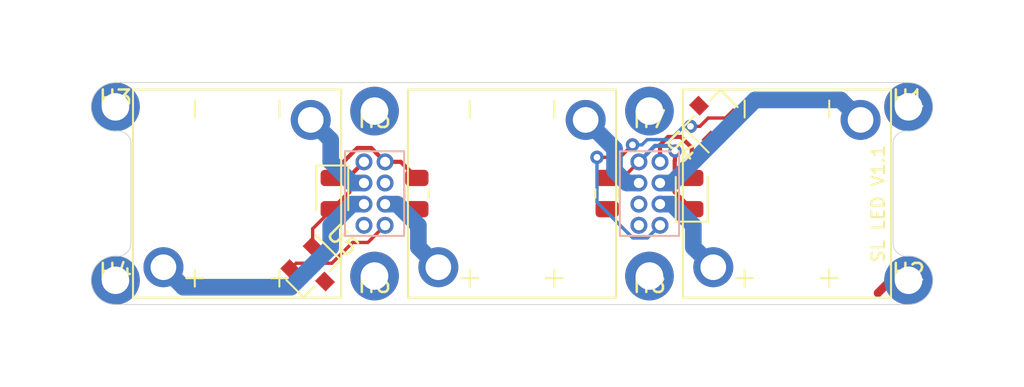
<source format=kicad_pcb>
(kicad_pcb (version 20171130) (host pcbnew "(5.1.4)-1")

  (general
    (thickness 1.6)
    (drawings 15)
    (tracks 88)
    (zones 0)
    (modules 19)
    (nets 14)
  )

  (page A4)
  (layers
    (0 F.Cu signal)
    (31 B.Cu signal)
    (32 B.Adhes user)
    (33 F.Adhes user)
    (34 B.Paste user)
    (35 F.Paste user)
    (36 B.SilkS user)
    (37 F.SilkS user)
    (38 B.Mask user)
    (39 F.Mask user)
    (40 Dwgs.User user)
    (41 Cmts.User user)
    (42 Eco1.User user)
    (43 Eco2.User user)
    (44 Edge.Cuts user)
    (45 Margin user)
    (46 B.CrtYd user)
    (47 F.CrtYd user)
    (48 B.Fab user)
    (49 F.Fab user)
  )

  (setup
    (last_trace_width 0.1524)
    (user_trace_width 0.2)
    (user_trace_width 0.5)
    (user_trace_width 1)
    (trace_clearance 0.1524)
    (zone_clearance 0.1524)
    (zone_45_only no)
    (trace_min 0.1524)
    (via_size 0.8)
    (via_drill 0.4)
    (via_min_size 0.4)
    (via_min_drill 0.3)
    (uvia_size 0.3)
    (uvia_drill 0.1)
    (uvias_allowed no)
    (uvia_min_size 0.2)
    (uvia_min_drill 0.1)
    (edge_width 0.05)
    (segment_width 0.2)
    (pcb_text_width 0.3)
    (pcb_text_size 1.5 1.5)
    (mod_edge_width 0.12)
    (mod_text_size 1 1)
    (mod_text_width 0.15)
    (pad_size 1.524 1.524)
    (pad_drill 0.762)
    (pad_to_mask_clearance 0.051)
    (solder_mask_min_width 0.25)
    (aux_axis_origin 0 0)
    (visible_elements 7FFFFFFF)
    (pcbplotparams
      (layerselection 0x010fc_ffffffff)
      (usegerberextensions false)
      (usegerberattributes false)
      (usegerberadvancedattributes false)
      (creategerberjobfile false)
      (excludeedgelayer true)
      (linewidth 0.100000)
      (plotframeref false)
      (viasonmask false)
      (mode 1)
      (useauxorigin false)
      (hpglpennumber 1)
      (hpglpenspeed 20)
      (hpglpendiameter 15.000000)
      (psnegative false)
      (psa4output false)
      (plotreference true)
      (plotvalue true)
      (plotinvisibletext false)
      (padsonsilk false)
      (subtractmaskfromsilk false)
      (outputformat 1)
      (mirror false)
      (drillshape 0)
      (scaleselection 1)
      (outputdirectory "SkateLightLEDBoard1.1/"))
  )

  (net 0 "")
  (net 1 LightSense1)
  (net 2 LightSense2)
  (net 3 GND)
  (net 4 LED2A)
  (net 5 LED1C)
  (net 6 LED1A)
  (net 7 LED2C)
  (net 8 LED3A)
  (net 9 LED3C)
  (net 10 3V3_1)
  (net 11 3V3_2)
  (net 12 Temp1)
  (net 13 Temp2)

  (net_class Default "This is the default net class."
    (clearance 0.1524)
    (trace_width 0.1524)
    (via_dia 0.8)
    (via_drill 0.4)
    (uvia_dia 0.3)
    (uvia_drill 0.1)
    (add_net 3V3_1)
    (add_net 3V3_2)
    (add_net GND)
    (add_net LED1A)
    (add_net LED1C)
    (add_net LED2A)
    (add_net LED2C)
    (add_net LED3A)
    (add_net LED3C)
    (add_net LightSense1)
    (add_net LightSense2)
    (add_net Temp1)
    (add_net Temp2)
  )

  (module LolomoloKiCADLib:Conn_2x4_0.05in (layer B.Cu) (tedit 5DB23ACC) (tstamp 5DB330C1)
    (at -7.62 -1.905 180)
    (path /5DE8A9BC)
    (fp_text reference J2 (at 0.6604 1.524 180) (layer B.SilkS) hide
      (effects (font (size 1 1) (thickness 0.15)) (justify mirror))
    )
    (fp_text value Conn_02x04_Odd_Even (at 0 0.5 180) (layer B.Fab)
      (effects (font (size 1 1) (thickness 0.15)) (justify mirror))
    )
    (fp_line (start -1.143 -4.445) (end -1.143 0.635) (layer B.SilkS) (width 0.12))
    (fp_line (start 2.413 -4.445) (end -1.143 -4.445) (layer B.SilkS) (width 0.12))
    (fp_line (start 2.413 0.635) (end 2.413 -4.445) (layer B.SilkS) (width 0.12))
    (fp_line (start -1.143 0.635) (end 2.413 0.635) (layer B.SilkS) (width 0.12))
    (pad 8 thru_hole circle (at 1.27 -3.81 180) (size 1.016 1.016) (drill 0.6096) (layers *.Cu *.Mask)
      (net 3 GND))
    (pad 7 thru_hole circle (at 0 -3.81 180) (size 1.016 1.016) (drill 0.6096) (layers *.Cu *.Mask)
      (net 13 Temp2))
    (pad 6 thru_hole circle (at 1.27 -2.54 180) (size 1.016 1.016) (drill 0.6096) (layers *.Cu *.Mask)
      (net 9 LED3C))
    (pad 5 thru_hole circle (at 0 -2.54 180) (size 1.016 1.016) (drill 0.6096) (layers *.Cu *.Mask)
      (net 7 LED2C))
    (pad 4 thru_hole circle (at 1.27 -1.27 180) (size 1.016 1.016) (drill 0.6096) (layers *.Cu *.Mask)
      (net 8 LED3A))
    (pad 3 thru_hole circle (at 0 -1.27 180) (size 1.016 1.016) (drill 0.6096) (layers *.Cu *.Mask))
    (pad 2 thru_hole circle (at 1.27 0 180) (size 1.016 1.016) (drill 0.6096) (layers *.Cu *.Mask)
      (net 11 3V3_2))
    (pad 1 thru_hole circle (at 0 0 180) (size 1.016 1.016) (drill 0.6096) (layers *.Cu *.Mask)
      (net 2 LightSense2))
  )

  (module LolomoloKiCADLib:MH_0-80_Screw_Grounded (layer F.Cu) (tedit 5DB23F78) (tstamp 5DB3D970)
    (at 8.255 4.953)
    (path /5DB3FDBA)
    (fp_text reference H8 (at 0 0.5) (layer F.SilkS)
      (effects (font (size 1 1) (thickness 0.15)))
    )
    (fp_text value MountingHole_Pad (at 0 -0.5) (layer F.Fab)
      (effects (font (size 1 1) (thickness 0.15)))
    )
    (pad 1 thru_hole circle (at 0 0) (size 2.921 2.921) (drill 1.651) (layers *.Cu *.Mask)
      (net 3 GND))
  )

  (module LolomoloKiCADLib:MH_0-80_Screw_Grounded (layer F.Cu) (tedit 5DB23F78) (tstamp 5DB3D96B)
    (at 8.255 -4.953)
    (path /5DB3FDA0)
    (fp_text reference H7 (at 0 0.5) (layer F.SilkS)
      (effects (font (size 1 1) (thickness 0.15)))
    )
    (fp_text value MountingHole_Pad (at 0 -0.5) (layer F.Fab)
      (effects (font (size 1 1) (thickness 0.15)))
    )
    (pad 1 thru_hole circle (at 0 0) (size 2.921 2.921) (drill 1.651) (layers *.Cu *.Mask)
      (net 3 GND))
  )

  (module LolomoloKiCADLib:MH_0-80_Screw_Grounded (layer F.Cu) (tedit 5DB23F78) (tstamp 5DB3D966)
    (at -8.255 4.953)
    (path /5DB3FDAD)
    (fp_text reference H6 (at 0 0.5) (layer F.SilkS)
      (effects (font (size 1 1) (thickness 0.15)))
    )
    (fp_text value MountingHole_Pad (at 0 -0.5) (layer F.Fab)
      (effects (font (size 1 1) (thickness 0.15)))
    )
    (pad 1 thru_hole circle (at 0 0) (size 2.921 2.921) (drill 1.651) (layers *.Cu *.Mask)
      (net 3 GND))
  )

  (module LolomoloKiCADLib:MH_0-80_Screw_Grounded (layer F.Cu) (tedit 5DB23F78) (tstamp 5DB3D961)
    (at -8.255 -4.953)
    (path /5DB3FD93)
    (fp_text reference H5 (at 0 0.5) (layer F.SilkS)
      (effects (font (size 1 1) (thickness 0.15)))
    )
    (fp_text value MountingHole_Pad (at 0 -0.5) (layer F.Fab)
      (effects (font (size 1 1) (thickness 0.15)))
    )
    (pad 1 thru_hole circle (at 0 0) (size 2.921 2.921) (drill 1.651) (layers *.Cu *.Mask)
      (net 3 GND))
  )

  (module LolomoloKiCADLib:Conn_2x4_0.05in (layer B.Cu) (tedit 5DB23ACC) (tstamp 5DB3376C)
    (at 8.89 -1.905 180)
    (path /5DE89DA5)
    (fp_text reference J1 (at 0.6604 1.524) (layer B.SilkS) hide
      (effects (font (size 1 1) (thickness 0.15)) (justify mirror))
    )
    (fp_text value Conn_02x04_Odd_Even (at 0 0.5) (layer B.Fab)
      (effects (font (size 1 1) (thickness 0.15)) (justify mirror))
    )
    (fp_line (start -1.143 -4.445) (end -1.143 0.635) (layer B.SilkS) (width 0.12))
    (fp_line (start 2.413 -4.445) (end -1.143 -4.445) (layer B.SilkS) (width 0.12))
    (fp_line (start 2.413 0.635) (end 2.413 -4.445) (layer B.SilkS) (width 0.12))
    (fp_line (start -1.143 0.635) (end 2.413 0.635) (layer B.SilkS) (width 0.12))
    (pad 8 thru_hole circle (at 1.27 -3.81 180) (size 1.016 1.016) (drill 0.6096) (layers *.Cu *.Mask)
      (net 3 GND))
    (pad 7 thru_hole circle (at 0 -3.81 180) (size 1.016 1.016) (drill 0.6096) (layers *.Cu *.Mask)
      (net 12 Temp1))
    (pad 6 thru_hole circle (at 1.27 -2.54 180) (size 1.016 1.016) (drill 0.6096) (layers *.Cu *.Mask))
    (pad 5 thru_hole circle (at 0 -2.54 180) (size 1.016 1.016) (drill 0.6096) (layers *.Cu *.Mask)
      (net 5 LED1C))
    (pad 4 thru_hole circle (at 1.27 -1.27 180) (size 1.016 1.016) (drill 0.6096) (layers *.Cu *.Mask)
      (net 4 LED2A))
    (pad 3 thru_hole circle (at 0 -1.27 180) (size 1.016 1.016) (drill 0.6096) (layers *.Cu *.Mask)
      (net 6 LED1A))
    (pad 2 thru_hole circle (at 1.27 0 180) (size 1.016 1.016) (drill 0.6096) (layers *.Cu *.Mask)
      (net 1 LightSense1))
    (pad 1 thru_hole circle (at 0 0 180) (size 1.016 1.016) (drill 0.6096) (layers *.Cu *.Mask)
      (net 10 3V3_1))
  )

  (module Diode_SMD:D_0805_2012Metric (layer F.Cu) (tedit 5B36C52B) (tstamp 5DB33DE7)
    (at 10.795 0 90)
    (descr "Diode SMD 0805 (2012 Metric), square (rectangular) end terminal, IPC_7351 nominal, (Body size source: https://docs.google.com/spreadsheets/d/1BsfQQcO9C6DZCsRaXUlFlo91Tg2WpOkGARC1WS5S8t0/edit?usp=sharing), generated with kicad-footprint-generator")
    (tags diode)
    (path /5DE7FA2E)
    (attr smd)
    (fp_text reference D1 (at 0 -1.65 90) (layer F.SilkS) hide
      (effects (font (size 1 1) (thickness 0.15)))
    )
    (fp_text value D_Photo (at 0 1.65 90) (layer F.Fab)
      (effects (font (size 1 1) (thickness 0.15)))
    )
    (fp_text user %R (at 0 0 90) (layer F.Fab)
      (effects (font (size 0.5 0.5) (thickness 0.08)))
    )
    (fp_line (start 1.68 0.95) (end -1.68 0.95) (layer F.CrtYd) (width 0.05))
    (fp_line (start 1.68 -0.95) (end 1.68 0.95) (layer F.CrtYd) (width 0.05))
    (fp_line (start -1.68 -0.95) (end 1.68 -0.95) (layer F.CrtYd) (width 0.05))
    (fp_line (start -1.68 0.95) (end -1.68 -0.95) (layer F.CrtYd) (width 0.05))
    (fp_line (start -1.685 0.96) (end 1 0.96) (layer F.SilkS) (width 0.12))
    (fp_line (start -1.685 -0.96) (end -1.685 0.96) (layer F.SilkS) (width 0.12))
    (fp_line (start 1 -0.96) (end -1.685 -0.96) (layer F.SilkS) (width 0.12))
    (fp_line (start 1 0.6) (end 1 -0.6) (layer F.Fab) (width 0.1))
    (fp_line (start -1 0.6) (end 1 0.6) (layer F.Fab) (width 0.1))
    (fp_line (start -1 -0.3) (end -1 0.6) (layer F.Fab) (width 0.1))
    (fp_line (start -0.7 -0.6) (end -1 -0.3) (layer F.Fab) (width 0.1))
    (fp_line (start 1 -0.6) (end -0.7 -0.6) (layer F.Fab) (width 0.1))
    (pad 2 smd roundrect (at 0.9375 0 90) (size 0.975 1.4) (layers F.Cu F.Paste F.Mask) (roundrect_rratio 0.25)
      (net 10 3V3_1))
    (pad 1 smd roundrect (at -0.9375 0 90) (size 0.975 1.4) (layers F.Cu F.Paste F.Mask) (roundrect_rratio 0.25)
      (net 1 LightSense1))
    (model ${KISYS3DMOD}/Diode_SMD.3dshapes/D_0805_2012Metric.wrl
      (at (xyz 0 0 0))
      (scale (xyz 1 1 1))
      (rotate (xyz 0 0 0))
    )
  )

  (module Diode_SMD:D_0805_2012Metric (layer F.Cu) (tedit 5B36C52B) (tstamp 5DB3307A)
    (at -10.795 0 270)
    (descr "Diode SMD 0805 (2012 Metric), square (rectangular) end terminal, IPC_7351 nominal, (Body size source: https://docs.google.com/spreadsheets/d/1BsfQQcO9C6DZCsRaXUlFlo91Tg2WpOkGARC1WS5S8t0/edit?usp=sharing), generated with kicad-footprint-generator")
    (tags diode)
    (path /5DE8D3FA)
    (attr smd)
    (fp_text reference D2 (at 0 -1.65 90) (layer F.SilkS) hide
      (effects (font (size 1 1) (thickness 0.15)))
    )
    (fp_text value D_Photo (at 0 1.65 90) (layer F.Fab)
      (effects (font (size 1 1) (thickness 0.15)))
    )
    (fp_text user %R (at 0 0 90) (layer F.Fab)
      (effects (font (size 0.5 0.5) (thickness 0.08)))
    )
    (fp_line (start 1.68 0.95) (end -1.68 0.95) (layer F.CrtYd) (width 0.05))
    (fp_line (start 1.68 -0.95) (end 1.68 0.95) (layer F.CrtYd) (width 0.05))
    (fp_line (start -1.68 -0.95) (end 1.68 -0.95) (layer F.CrtYd) (width 0.05))
    (fp_line (start -1.68 0.95) (end -1.68 -0.95) (layer F.CrtYd) (width 0.05))
    (fp_line (start -1.685 0.96) (end 1 0.96) (layer F.SilkS) (width 0.12))
    (fp_line (start -1.685 -0.96) (end -1.685 0.96) (layer F.SilkS) (width 0.12))
    (fp_line (start 1 -0.96) (end -1.685 -0.96) (layer F.SilkS) (width 0.12))
    (fp_line (start 1 0.6) (end 1 -0.6) (layer F.Fab) (width 0.1))
    (fp_line (start -1 0.6) (end 1 0.6) (layer F.Fab) (width 0.1))
    (fp_line (start -1 -0.3) (end -1 0.6) (layer F.Fab) (width 0.1))
    (fp_line (start -0.7 -0.6) (end -1 -0.3) (layer F.Fab) (width 0.1))
    (fp_line (start 1 -0.6) (end -0.7 -0.6) (layer F.Fab) (width 0.1))
    (pad 2 smd roundrect (at 0.9375 0 270) (size 0.975 1.4) (layers F.Cu F.Paste F.Mask) (roundrect_rratio 0.25)
      (net 11 3V3_2))
    (pad 1 smd roundrect (at -0.9375 0 270) (size 0.975 1.4) (layers F.Cu F.Paste F.Mask) (roundrect_rratio 0.25)
      (net 2 LightSense2))
    (model ${KISYS3DMOD}/Diode_SMD.3dshapes/D_0805_2012Metric.wrl
      (at (xyz 0 0 0))
      (scale (xyz 1 1 1))
      (rotate (xyz 0 0 0))
    )
  )

  (module LolomoloKiCADLib:MH_0-80_Screw_Grounded (layer F.Cu) (tedit 5DB23F78) (tstamp 5DB33092)
    (at 23.8125 -5.207 180)
    (path /5DEAD1D5)
    (fp_text reference H1 (at 0 0.5) (layer F.SilkS)
      (effects (font (size 1 1) (thickness 0.15)))
    )
    (fp_text value MountingHole_Pad (at 0 -0.5) (layer F.Fab)
      (effects (font (size 1 1) (thickness 0.15)))
    )
    (pad 1 thru_hole circle (at 0 0 180) (size 2.921 2.921) (drill 1.651) (layers *.Cu *.Mask)
      (net 3 GND))
  )

  (module LolomoloKiCADLib:MH_0-80_Screw_Grounded (layer F.Cu) (tedit 5DB23F78) (tstamp 5DB33097)
    (at 23.8125 5.207 180)
    (path /5DEB2AF6)
    (fp_text reference H2 (at 0 0.5) (layer F.SilkS)
      (effects (font (size 1 1) (thickness 0.15)))
    )
    (fp_text value MountingHole_Pad (at 0 -0.5) (layer F.Fab)
      (effects (font (size 1 1) (thickness 0.15)))
    )
    (pad 1 thru_hole circle (at 0 0 180) (size 2.921 2.921) (drill 1.651) (layers *.Cu *.Mask)
      (net 3 GND))
  )

  (module LolomoloKiCADLib:MH_0-80_Screw_Grounded (layer F.Cu) (tedit 5DB23F78) (tstamp 5DB3309C)
    (at -23.8125 -5.207 180)
    (path /5DEB13FB)
    (fp_text reference H3 (at 0 0.5) (layer F.SilkS)
      (effects (font (size 1 1) (thickness 0.15)))
    )
    (fp_text value MountingHole_Pad (at 0 -0.5) (layer F.Fab)
      (effects (font (size 1 1) (thickness 0.15)))
    )
    (pad 1 thru_hole circle (at 0 0 180) (size 2.921 2.921) (drill 1.651) (layers *.Cu *.Mask)
      (net 3 GND))
  )

  (module LolomoloKiCADLib:MH_0-80_Screw_Grounded (layer F.Cu) (tedit 5DB23F78) (tstamp 5DB330A1)
    (at -23.8125 5.207 180)
    (path /5DEB431C)
    (fp_text reference H4 (at 0 0.5) (layer F.SilkS)
      (effects (font (size 1 1) (thickness 0.15)))
    )
    (fp_text value MountingHole_Pad (at 0 -0.5) (layer F.Fab)
      (effects (font (size 1 1) (thickness 0.15)))
    )
    (pad 1 thru_hole circle (at 0 0 180) (size 2.921 2.921) (drill 1.651) (layers *.Cu *.Mask)
      (net 3 GND))
  )

  (module Resistor_SMD:R_0805_2012Metric (layer F.Cu) (tedit 5B36C52B) (tstamp 5DB330D2)
    (at 5.715 0 270)
    (descr "Resistor SMD 0805 (2012 Metric), square (rectangular) end terminal, IPC_7351 nominal, (Body size source: https://docs.google.com/spreadsheets/d/1BsfQQcO9C6DZCsRaXUlFlo91Tg2WpOkGARC1WS5S8t0/edit?usp=sharing), generated with kicad-footprint-generator")
    (tags resistor)
    (path /5DE8211B)
    (attr smd)
    (fp_text reference R1 (at 0 -1.65 90) (layer F.SilkS) hide
      (effects (font (size 1 1) (thickness 0.15)))
    )
    (fp_text value R (at 0 1.65 90) (layer F.Fab)
      (effects (font (size 1 1) (thickness 0.15)))
    )
    (fp_text user %R (at 0 0 90) (layer F.Fab)
      (effects (font (size 0.5 0.5) (thickness 0.08)))
    )
    (fp_line (start 1.68 0.95) (end -1.68 0.95) (layer F.CrtYd) (width 0.05))
    (fp_line (start 1.68 -0.95) (end 1.68 0.95) (layer F.CrtYd) (width 0.05))
    (fp_line (start -1.68 -0.95) (end 1.68 -0.95) (layer F.CrtYd) (width 0.05))
    (fp_line (start -1.68 0.95) (end -1.68 -0.95) (layer F.CrtYd) (width 0.05))
    (fp_line (start -0.258578 0.71) (end 0.258578 0.71) (layer F.SilkS) (width 0.12))
    (fp_line (start -0.258578 -0.71) (end 0.258578 -0.71) (layer F.SilkS) (width 0.12))
    (fp_line (start 1 0.6) (end -1 0.6) (layer F.Fab) (width 0.1))
    (fp_line (start 1 -0.6) (end 1 0.6) (layer F.Fab) (width 0.1))
    (fp_line (start -1 -0.6) (end 1 -0.6) (layer F.Fab) (width 0.1))
    (fp_line (start -1 0.6) (end -1 -0.6) (layer F.Fab) (width 0.1))
    (pad 2 smd roundrect (at 0.9375 0 270) (size 0.975 1.4) (layers F.Cu F.Paste F.Mask) (roundrect_rratio 0.25)
      (net 3 GND))
    (pad 1 smd roundrect (at -0.9375 0 270) (size 0.975 1.4) (layers F.Cu F.Paste F.Mask) (roundrect_rratio 0.25)
      (net 1 LightSense1))
    (model ${KISYS3DMOD}/Resistor_SMD.3dshapes/R_0805_2012Metric.wrl
      (at (xyz 0 0 0))
      (scale (xyz 1 1 1))
      (rotate (xyz 0 0 0))
    )
  )

  (module Resistor_SMD:R_0805_2012Metric (layer F.Cu) (tedit 5B36C52B) (tstamp 5DB330E3)
    (at -5.715 0 270)
    (descr "Resistor SMD 0805 (2012 Metric), square (rectangular) end terminal, IPC_7351 nominal, (Body size source: https://docs.google.com/spreadsheets/d/1BsfQQcO9C6DZCsRaXUlFlo91Tg2WpOkGARC1WS5S8t0/edit?usp=sharing), generated with kicad-footprint-generator")
    (tags resistor)
    (path /5DE8D404)
    (attr smd)
    (fp_text reference R2 (at 0 -1.65 90) (layer F.SilkS) hide
      (effects (font (size 1 1) (thickness 0.15)))
    )
    (fp_text value R (at 0 1.65 90) (layer F.Fab)
      (effects (font (size 1 1) (thickness 0.15)))
    )
    (fp_text user %R (at 0 0 90) (layer F.Fab)
      (effects (font (size 0.5 0.5) (thickness 0.08)))
    )
    (fp_line (start 1.68 0.95) (end -1.68 0.95) (layer F.CrtYd) (width 0.05))
    (fp_line (start 1.68 -0.95) (end 1.68 0.95) (layer F.CrtYd) (width 0.05))
    (fp_line (start -1.68 -0.95) (end 1.68 -0.95) (layer F.CrtYd) (width 0.05))
    (fp_line (start -1.68 0.95) (end -1.68 -0.95) (layer F.CrtYd) (width 0.05))
    (fp_line (start -0.258578 0.71) (end 0.258578 0.71) (layer F.SilkS) (width 0.12))
    (fp_line (start -0.258578 -0.71) (end 0.258578 -0.71) (layer F.SilkS) (width 0.12))
    (fp_line (start 1 0.6) (end -1 0.6) (layer F.Fab) (width 0.1))
    (fp_line (start 1 -0.6) (end 1 0.6) (layer F.Fab) (width 0.1))
    (fp_line (start -1 -0.6) (end 1 -0.6) (layer F.Fab) (width 0.1))
    (fp_line (start -1 0.6) (end -1 -0.6) (layer F.Fab) (width 0.1))
    (pad 2 smd roundrect (at 0.9375 0 270) (size 0.975 1.4) (layers F.Cu F.Paste F.Mask) (roundrect_rratio 0.25)
      (net 3 GND))
    (pad 1 smd roundrect (at -0.9375 0 270) (size 0.975 1.4) (layers F.Cu F.Paste F.Mask) (roundrect_rratio 0.25)
      (net 2 LightSense2))
    (model ${KISYS3DMOD}/Resistor_SMD.3dshapes/R_0805_2012Metric.wrl
      (at (xyz 0 0 0))
      (scale (xyz 1 1 1))
      (rotate (xyz 0 0 0))
    )
  )

  (module Package_TO_SOT_SMD:SOT-23 (layer F.Cu) (tedit 5A02FF57) (tstamp 5DCE7B2B)
    (at 11.938 -4.572 135)
    (descr "SOT-23, Standard")
    (tags SOT-23)
    (path /5DCE3E90)
    (attr smd)
    (fp_text reference U4 (at 0 -2.5 135) (layer F.SilkS)
      (effects (font (size 1 1) (thickness 0.15)))
    )
    (fp_text value MCP9700AT-E_TT (at 0 2.5 135) (layer F.Fab)
      (effects (font (size 1 1) (thickness 0.15)))
    )
    (fp_line (start 0.76 1.58) (end -0.7 1.58) (layer F.SilkS) (width 0.12))
    (fp_line (start 0.76 -1.58) (end -1.4 -1.58) (layer F.SilkS) (width 0.12))
    (fp_line (start -1.7 1.75) (end -1.7 -1.75) (layer F.CrtYd) (width 0.05))
    (fp_line (start 1.7 1.75) (end -1.7 1.75) (layer F.CrtYd) (width 0.05))
    (fp_line (start 1.7 -1.75) (end 1.7 1.75) (layer F.CrtYd) (width 0.05))
    (fp_line (start -1.7 -1.75) (end 1.7 -1.75) (layer F.CrtYd) (width 0.05))
    (fp_line (start 0.76 -1.58) (end 0.76 -0.65) (layer F.SilkS) (width 0.12))
    (fp_line (start 0.76 1.58) (end 0.76 0.65) (layer F.SilkS) (width 0.12))
    (fp_line (start -0.7 1.52) (end 0.7 1.52) (layer F.Fab) (width 0.1))
    (fp_line (start 0.7 -1.52) (end 0.7 1.52) (layer F.Fab) (width 0.1))
    (fp_line (start -0.7 -0.95) (end -0.15 -1.52) (layer F.Fab) (width 0.1))
    (fp_line (start -0.15 -1.52) (end 0.7 -1.52) (layer F.Fab) (width 0.1))
    (fp_line (start -0.7 -0.95) (end -0.7 1.5) (layer F.Fab) (width 0.1))
    (fp_text user %R (at 0 0 45) (layer F.Fab)
      (effects (font (size 0.5 0.5) (thickness 0.075)))
    )
    (pad 3 smd rect (at 1 0 135) (size 0.9 0.8) (layers F.Cu F.Paste F.Mask)
      (net 3 GND))
    (pad 2 smd rect (at -1 0.95 135) (size 0.9 0.8) (layers F.Cu F.Paste F.Mask)
      (net 12 Temp1))
    (pad 1 smd rect (at -1 -0.95 135) (size 0.9 0.8) (layers F.Cu F.Paste F.Mask)
      (net 10 3V3_1))
    (model ${KISYS3DMOD}/Package_TO_SOT_SMD.3dshapes/SOT-23.wrl
      (at (xyz 0 0 0))
      (scale (xyz 1 1 1))
      (rotate (xyz 0 0 0))
    )
  )

  (module Package_TO_SOT_SMD:SOT-23 (layer F.Cu) (tedit 5A02FF57) (tstamp 5DCE7B40)
    (at -11.938 4.572 315)
    (descr "SOT-23, Standard")
    (tags SOT-23)
    (path /5DCE44AB)
    (attr smd)
    (fp_text reference U5 (at 0 -2.5 135) (layer F.SilkS)
      (effects (font (size 1 1) (thickness 0.15)))
    )
    (fp_text value MCP9700AT-E_TT (at 0 2.5 135) (layer F.Fab)
      (effects (font (size 1 1) (thickness 0.15)))
    )
    (fp_line (start 0.76 1.58) (end -0.7 1.58) (layer F.SilkS) (width 0.12))
    (fp_line (start 0.76 -1.58) (end -1.4 -1.58) (layer F.SilkS) (width 0.12))
    (fp_line (start -1.7 1.75) (end -1.7 -1.75) (layer F.CrtYd) (width 0.05))
    (fp_line (start 1.7 1.75) (end -1.7 1.75) (layer F.CrtYd) (width 0.05))
    (fp_line (start 1.7 -1.75) (end 1.7 1.75) (layer F.CrtYd) (width 0.05))
    (fp_line (start -1.7 -1.75) (end 1.7 -1.75) (layer F.CrtYd) (width 0.05))
    (fp_line (start 0.76 -1.58) (end 0.76 -0.65) (layer F.SilkS) (width 0.12))
    (fp_line (start 0.76 1.58) (end 0.76 0.65) (layer F.SilkS) (width 0.12))
    (fp_line (start -0.7 1.52) (end 0.7 1.52) (layer F.Fab) (width 0.1))
    (fp_line (start 0.7 -1.52) (end 0.7 1.52) (layer F.Fab) (width 0.1))
    (fp_line (start -0.7 -0.95) (end -0.15 -1.52) (layer F.Fab) (width 0.1))
    (fp_line (start -0.15 -1.52) (end 0.7 -1.52) (layer F.Fab) (width 0.1))
    (fp_line (start -0.7 -0.95) (end -0.7 1.5) (layer F.Fab) (width 0.1))
    (fp_text user %R (at 0 0 45) (layer F.Fab)
      (effects (font (size 0.5 0.5) (thickness 0.075)))
    )
    (pad 3 smd rect (at 1 0 315) (size 0.9 0.8) (layers F.Cu F.Paste F.Mask)
      (net 3 GND))
    (pad 2 smd rect (at -1 0.95 315) (size 0.9 0.8) (layers F.Cu F.Paste F.Mask)
      (net 13 Temp2))
    (pad 1 smd rect (at -1 -0.95 315) (size 0.9 0.8) (layers F.Cu F.Paste F.Mask)
      (net 11 3V3_2))
    (model ${KISYS3DMOD}/Package_TO_SOT_SMD.3dshapes/SOT-23.wrl
      (at (xyz 0 0 0))
      (scale (xyz 1 1 1))
      (rotate (xyz 0 0 0))
    )
  )

  (module LolomoloKiCADLib:BXRE-40E0800-D-73 (layer F.Cu) (tedit 5DCE4B54) (tstamp 5DCE854B)
    (at 16.51 0 90)
    (path /5DCF6E75)
    (fp_text reference D3 (at 0 0.5 90) (layer F.SilkS)
      (effects (font (size 1 1) (thickness 0.15)))
    )
    (fp_text value LED (at 0 -0.5 90) (layer F.Fab)
      (effects (font (size 1 1) (thickness 0.15)))
    )
    (fp_line (start 4.572 2.54) (end 5.588 2.54) (layer F.SilkS) (width 0.12))
    (fp_line (start 4.572 -2.54) (end 5.588 -2.54) (layer F.SilkS) (width 0.12))
    (fp_line (start -5.588 2.54) (end -4.572 2.54) (layer F.SilkS) (width 0.12))
    (fp_line (start -5.08 2.032) (end -5.08 3.048) (layer F.SilkS) (width 0.12))
    (fp_line (start -5.588 -2.54) (end -4.572 -2.54) (layer F.SilkS) (width 0.12))
    (fp_line (start -5.08 -3.048) (end -5.08 -2.032) (layer F.SilkS) (width 0.12))
    (fp_line (start 6.25 -6.25) (end 6.25 6.25) (layer F.SilkS) (width 0.12))
    (fp_line (start 6.25 6.25) (end -6.25 6.25) (layer F.SilkS) (width 0.12))
    (fp_line (start -6.25 6.25) (end -6.25 -6.25) (layer F.SilkS) (width 0.12))
    (fp_line (start -6.25 -6.25) (end 6.25 -6.25) (layer F.SilkS) (width 0.12))
    (pad "" np_thru_hole circle (at 0 0 90) (size 9.2 9.2) (drill 9.2) (layers *.Cu *.Mask))
    (pad 2 thru_hole circle (at 4.423 4.423 270) (size 2.4 2.4) (drill 1.54) (layers *.Cu *.Mask)
      (net 6 LED1A))
    (pad 1 thru_hole circle (at -4.423 -4.423 90) (size 2.4 2.4) (drill 1.54) (layers *.Cu *.Mask)
      (net 5 LED1C))
  )

  (module LolomoloKiCADLib:BXRE-40E0800-D-73 (layer F.Cu) (tedit 5DCE4B54) (tstamp 5DCE855C)
    (at 0 0 90)
    (path /5DCF77FC)
    (fp_text reference D4 (at 0 0.5 90) (layer F.SilkS)
      (effects (font (size 1 1) (thickness 0.15)))
    )
    (fp_text value LED (at 0 -0.5 90) (layer F.Fab)
      (effects (font (size 1 1) (thickness 0.15)))
    )
    (fp_line (start 4.572 2.54) (end 5.588 2.54) (layer F.SilkS) (width 0.12))
    (fp_line (start 4.572 -2.54) (end 5.588 -2.54) (layer F.SilkS) (width 0.12))
    (fp_line (start -5.588 2.54) (end -4.572 2.54) (layer F.SilkS) (width 0.12))
    (fp_line (start -5.08 2.032) (end -5.08 3.048) (layer F.SilkS) (width 0.12))
    (fp_line (start -5.588 -2.54) (end -4.572 -2.54) (layer F.SilkS) (width 0.12))
    (fp_line (start -5.08 -3.048) (end -5.08 -2.032) (layer F.SilkS) (width 0.12))
    (fp_line (start 6.25 -6.25) (end 6.25 6.25) (layer F.SilkS) (width 0.12))
    (fp_line (start 6.25 6.25) (end -6.25 6.25) (layer F.SilkS) (width 0.12))
    (fp_line (start -6.25 6.25) (end -6.25 -6.25) (layer F.SilkS) (width 0.12))
    (fp_line (start -6.25 -6.25) (end 6.25 -6.25) (layer F.SilkS) (width 0.12))
    (pad "" np_thru_hole circle (at 0 0 90) (size 9.2 9.2) (drill 9.2) (layers *.Cu *.Mask))
    (pad 2 thru_hole circle (at 4.423 4.423 270) (size 2.4 2.4) (drill 1.54) (layers *.Cu *.Mask)
      (net 4 LED2A))
    (pad 1 thru_hole circle (at -4.423 -4.423 90) (size 2.4 2.4) (drill 1.54) (layers *.Cu *.Mask)
      (net 7 LED2C))
  )

  (module LolomoloKiCADLib:BXRE-40E0800-D-73 (layer F.Cu) (tedit 5DCE4B54) (tstamp 5DCE856D)
    (at -16.51 0 90)
    (path /5DCF7D26)
    (fp_text reference D5 (at 0 0.5 90) (layer F.SilkS)
      (effects (font (size 1 1) (thickness 0.15)))
    )
    (fp_text value LED (at 0 -0.5 90) (layer F.Fab)
      (effects (font (size 1 1) (thickness 0.15)))
    )
    (fp_line (start 4.572 2.54) (end 5.588 2.54) (layer F.SilkS) (width 0.12))
    (fp_line (start 4.572 -2.54) (end 5.588 -2.54) (layer F.SilkS) (width 0.12))
    (fp_line (start -5.588 2.54) (end -4.572 2.54) (layer F.SilkS) (width 0.12))
    (fp_line (start -5.08 2.032) (end -5.08 3.048) (layer F.SilkS) (width 0.12))
    (fp_line (start -5.588 -2.54) (end -4.572 -2.54) (layer F.SilkS) (width 0.12))
    (fp_line (start -5.08 -3.048) (end -5.08 -2.032) (layer F.SilkS) (width 0.12))
    (fp_line (start 6.25 -6.25) (end 6.25 6.25) (layer F.SilkS) (width 0.12))
    (fp_line (start 6.25 6.25) (end -6.25 6.25) (layer F.SilkS) (width 0.12))
    (fp_line (start -6.25 6.25) (end -6.25 -6.25) (layer F.SilkS) (width 0.12))
    (fp_line (start -6.25 -6.25) (end 6.25 -6.25) (layer F.SilkS) (width 0.12))
    (pad "" np_thru_hole circle (at 0 0 90) (size 9.2 9.2) (drill 9.2) (layers *.Cu *.Mask))
    (pad 2 thru_hole circle (at 4.423 4.423 270) (size 2.4 2.4) (drill 1.54) (layers *.Cu *.Mask)
      (net 8 LED3A))
    (pad 1 thru_hole circle (at -4.423 -4.423 90) (size 2.4 2.4) (drill 1.54) (layers *.Cu *.Mask)
      (net 9 LED3C))
  )

  (gr_text "SL LED V1.1" (at 21.99132 0.61468 90) (layer F.SilkS) (tstamp 5DCE892C)
    (effects (font (size 0.762 0.762) (thickness 0.127)))
  )
  (gr_arc (start -23.648924 -2.990596) (end -22.886924 -2.990342) (angle -94.2) (layer Edge.Cuts) (width 0.0508) (tstamp 5DB23F0D))
  (gr_line (start -22.886924 -2.990596) (end -22.886924 0) (layer Edge.Cuts) (width 0.0508) (tstamp 5DB23F0A))
  (gr_arc (start 23.648924 -2.990596) (end 22.886924 -2.990342) (angle 94.2) (layer Edge.Cuts) (width 0.0508) (tstamp 5DB23F07))
  (gr_line (start 22.886924 -2.990596) (end 22.886924 0) (layer Edge.Cuts) (width 0.0508) (tstamp 5DB23F04))
  (gr_arc (start 23.8125 -5.207) (end 23.705058 -3.750564) (angle -184.2) (layer Edge.Cuts) (width 0.0508) (tstamp 5DB23F01))
  (gr_arc (start -23.8125 -5.207) (end -23.705058 -3.750564) (angle 184.2) (layer Edge.Cuts) (width 0.0508) (tstamp 5DB23EFE))
  (gr_line (start -23.8125 -6.6675) (end 23.8125 -6.6675) (layer Edge.Cuts) (width 0.0508) (tstamp 5DB23EFB))
  (gr_arc (start -23.648924 2.990596) (end -22.886924 2.990342) (angle 94.2) (layer Edge.Cuts) (width 0.0508) (tstamp 5DB23EEA))
  (gr_line (start -22.886924 2.990596) (end -22.886924 0) (layer Edge.Cuts) (width 0.0508) (tstamp 5DB23EE9))
  (gr_arc (start -23.8125 5.207) (end -23.705058 3.750564) (angle -184.2) (layer Edge.Cuts) (width 0.0508) (tstamp 5DB23EE8))
  (gr_line (start 22.886924 2.990596) (end 22.886924 0) (layer Edge.Cuts) (width 0.0508) (tstamp 5DB23EE3))
  (gr_arc (start 23.648924 2.990596) (end 22.886924 2.990342) (angle -94.2) (layer Edge.Cuts) (width 0.0508) (tstamp 5DB23EE0))
  (gr_arc (start 23.8125 5.207) (end 23.705058 3.750564) (angle 184.2) (layer Edge.Cuts) (width 0.0508) (tstamp 5DB23EE6))
  (gr_line (start 23.8125 6.6675) (end -23.8125 6.6675) (layer Edge.Cuts) (width 0.0508))

  (via (at 9.786398 -2.55626) (size 0.8) (drill 0.4) (layers F.Cu B.Cu) (net 1))
  (segment (start 10.238763 0.381263) (end 10.795 0.9375) (width 0.25) (layer F.Cu) (net 1) (status 20))
  (segment (start 9.76999 -0.08751) (end 10.238763 0.381263) (width 0.25) (layer F.Cu) (net 1))
  (segment (start 9.76999 -1.974167) (end 9.76999 -0.08751) (width 0.25) (layer F.Cu) (net 1))
  (segment (start 9.786398 -1.990575) (end 9.76999 -1.974167) (width 0.25) (layer F.Cu) (net 1))
  (segment (start 9.786398 -2.55626) (end 9.786398 -1.990575) (width 0.25) (layer F.Cu) (net 1))
  (segment (start 5.715 -0.9375) (end 6.6525 -0.9375) (width 0.2) (layer F.Cu) (net 1))
  (segment (start 7.112001 -1.397001) (end 7.62 -1.905) (width 0.2) (layer F.Cu) (net 1))
  (segment (start 6.6525 -0.9375) (end 7.112001 -1.397001) (width 0.2) (layer F.Cu) (net 1))
  (segment (start 7.62 -1.905) (end 8.577688 -2.862688) (width 0.25) (layer B.Cu) (net 1))
  (segment (start 8.577688 -2.862688) (end 9.47997 -2.862688) (width 0.25) (layer B.Cu) (net 1))
  (segment (start 9.47997 -2.862688) (end 9.786398 -2.55626) (width 0.25) (layer B.Cu) (net 1))
  (segment (start -8.127999 -2.412999) (end -7.62 -1.905) (width 0.25) (layer F.Cu) (net 2) (status 20))
  (segment (start -8.453001 -2.738001) (end -8.127999 -2.412999) (width 0.25) (layer F.Cu) (net 2))
  (segment (start -9.289841 -2.738001) (end -8.453001 -2.738001) (width 0.25) (layer F.Cu) (net 2))
  (segment (start -10.238763 -1.789079) (end -9.289841 -2.738001) (width 0.25) (layer F.Cu) (net 2))
  (segment (start -10.238763 -1.493737) (end -10.238763 -1.789079) (width 0.25) (layer F.Cu) (net 2))
  (segment (start -10.795 -0.9375) (end -10.238763 -1.493737) (width 0.25) (layer F.Cu) (net 2) (status 10))
  (segment (start -6.6825 -1.905) (end -5.715 -0.9375) (width 0.25) (layer F.Cu) (net 2) (status 20))
  (segment (start -7.62 -1.905) (end -6.6825 -1.905) (width 0.25) (layer F.Cu) (net 2) (status 10))
  (segment (start -7.3175 -4.356) (end -7.3175 -5.588) (width 0.2) (layer F.Cu) (net 3) (status 30))
  (segment (start 23.8125 5.207) (end 22.74062 5.207) (width 0.5) (layer F.Cu) (net 3) (status 30))
  (segment (start 22.74062 5.207) (end 21.97354 5.97408) (width 0.5) (layer F.Cu) (net 3) (status 10))
  (segment (start -9.255 5.522) (end -9.255 4.922) (width 0.2) (layer F.Cu) (net 3) (status 30))
  (segment (start -7.255 4.572) (end -7.255 5.172) (width 0.2) (layer F.Cu) (net 3) (status 30))
  (segment (start 6.155262 -1.381318) (end 6.90158 -0.635) (width 1) (layer B.Cu) (net 4))
  (segment (start 6.90158 -0.635) (end 7.62 -0.635) (width 1) (layer B.Cu) (net 4))
  (segment (start 6.155262 -2.690738) (end 6.155262 -1.381318) (width 1) (layer B.Cu) (net 4))
  (segment (start 4.423 -4.423) (end 6.155262 -2.690738) (width 1) (layer B.Cu) (net 4))
  (segment (start 9.60842 0.635) (end 8.89 0.635) (width 1) (layer B.Cu) (net 5) (status 20))
  (segment (start 10.887001 1.913581) (end 9.60842 0.635) (width 1) (layer B.Cu) (net 5))
  (segment (start 10.887001 3.223001) (end 10.887001 1.913581) (width 1) (layer B.Cu) (net 5))
  (segment (start 12.087 4.423) (end 10.887001 3.223001) (width 1) (layer B.Cu) (net 5))
  (segment (start 14.596419 -5.622999) (end 9.60842 -0.635) (width 1) (layer B.Cu) (net 6))
  (segment (start 9.60842 -0.635) (end 8.89 -0.635) (width 1) (layer B.Cu) (net 6))
  (segment (start 19.733001 -5.622999) (end 14.596419 -5.622999) (width 1) (layer B.Cu) (net 6))
  (segment (start 20.933 -4.423) (end 19.733001 -5.622999) (width 1) (layer B.Cu) (net 6))
  (segment (start -6.90158 0.635) (end -7.62 0.635) (width 1) (layer B.Cu) (net 7))
  (segment (start -5.622999 1.913581) (end -6.90158 0.635) (width 1) (layer B.Cu) (net 7))
  (segment (start -5.622999 3.223001) (end -5.622999 1.913581) (width 1) (layer B.Cu) (net 7))
  (segment (start -4.423 4.423) (end -5.622999 3.223001) (width 1) (layer B.Cu) (net 7))
  (segment (start -9.60842 -0.635) (end -8.89 -0.635) (width 1) (layer B.Cu) (net 8) (status 20))
  (segment (start -10.887001 -1.913581) (end -9.60842 -0.635) (width 1) (layer B.Cu) (net 8))
  (segment (start -10.887001 -3.223001) (end -10.887001 -1.913581) (width 1) (layer B.Cu) (net 8))
  (segment (start -12.087 -4.423) (end -10.887001 -3.223001) (width 1) (layer B.Cu) (net 8))
  (segment (start -13.286999 5.622999) (end -12.087 4.423) (width 1) (layer B.Cu) (net 9))
  (segment (start -19.733001 5.622999) (end -13.286999 5.622999) (width 1) (layer B.Cu) (net 9))
  (segment (start -20.933 4.423) (end -19.733001 5.622999) (width 1) (layer B.Cu) (net 9))
  (segment (start -9.60842 0.635) (end -8.89 0.635) (width 1) (layer B.Cu) (net 9) (status 20))
  (segment (start -10.887001 1.913581) (end -9.60842 0.635) (width 1) (layer B.Cu) (net 9))
  (segment (start -10.887001 3.223001) (end -10.887001 1.913581) (width 1) (layer B.Cu) (net 9))
  (segment (start -12.087 4.423) (end -10.887001 3.223001) (width 1) (layer B.Cu) (net 9))
  (segment (start 10.795 -0.9375) (end 10.795 -2.75082) (width 0.25) (layer F.Cu) (net 10) (status 10))
  (segment (start 10.795 -2.75082) (end 10.14476 -3.40106) (width 0.25) (layer F.Cu) (net 10))
  (segment (start 10.14476 -3.40106) (end 9.3726 -3.40106) (width 0.25) (layer F.Cu) (net 10))
  (segment (start 8.89 -2.91846) (end 8.89 -1.905) (width 0.25) (layer F.Cu) (net 10) (status 20))
  (segment (start 9.3726 -3.40106) (end 8.89 -2.91846) (width 0.25) (layer F.Cu) (net 10))
  (segment (start 10.795 -2.014787) (end 10.795 -0.9375) (width 0.2) (layer F.Cu) (net 10) (status 20))
  (segment (start 11.973355 -3.193142) (end 10.795 -2.014787) (width 0.2) (layer F.Cu) (net 10) (status 10))
  (segment (start -9.397999 -1.397001) (end -8.89 -1.905) (width 0.25) (layer F.Cu) (net 11) (status 20))
  (segment (start -9.76999 -1.02501) (end -9.397999 -1.397001) (width 0.25) (layer F.Cu) (net 11))
  (segment (start -9.76999 -0.08751) (end -9.76999 -1.02501) (width 0.25) (layer F.Cu) (net 11))
  (segment (start -10.795 0.9375) (end -9.76999 -0.08751) (width 0.25) (layer F.Cu) (net 11) (status 10))
  (segment (start -11.973355 2.115855) (end -10.795 0.9375) (width 0.2) (layer F.Cu) (net 11) (status 20))
  (segment (start -11.973355 3.193142) (end -11.973355 2.115855) (width 0.2) (layer F.Cu) (net 11) (status 10))
  (via (at 5.10286 -2.17678) (size 0.8) (drill 0.4) (layers F.Cu B.Cu) (net 12))
  (segment (start 5.10286 0.513254) (end 5.10286 -2.17678) (width 0.2) (layer B.Cu) (net 12))
  (segment (start 8.89 1.905) (end 8.129599 2.665401) (width 0.2) (layer B.Cu) (net 12))
  (segment (start 7.255007 2.665401) (end 5.10286 0.513254) (width 0.2) (layer B.Cu) (net 12))
  (segment (start 8.129599 2.665401) (end 7.255007 2.665401) (width 0.2) (layer B.Cu) (net 12))
  (via (at 7.23646 -2.92354) (size 0.8) (drill 0.4) (layers F.Cu B.Cu) (net 12))
  (segment (start 6.4897 -2.17678) (end 7.23646 -2.92354) (width 0.2) (layer F.Cu) (net 12))
  (segment (start 5.10286 -2.17678) (end 6.4897 -2.17678) (width 0.2) (layer F.Cu) (net 12))
  (segment (start 8.118704 -3.240099) (end 9.513899 -3.240099) (width 0.2) (layer B.Cu) (net 12))
  (segment (start 7.802145 -2.92354) (end 8.118704 -3.240099) (width 0.2) (layer B.Cu) (net 12))
  (segment (start 7.23646 -2.92354) (end 7.802145 -2.92354) (width 0.2) (layer B.Cu) (net 12))
  (via (at 10.71626 -4.03606) (size 0.8) (drill 0.4) (layers F.Cu B.Cu) (net 12))
  (segment (start 9.513899 -3.240099) (end 10.30986 -4.03606) (width 0.2) (layer B.Cu) (net 12))
  (segment (start 10.30986 -4.03606) (end 10.71626 -4.03606) (width 0.2) (layer B.Cu) (net 12))
  (segment (start 12.651172 -4.536645) (end 13.316858 -4.536645) (width 0.2) (layer F.Cu) (net 12))
  (segment (start 11.78253 -4.536645) (end 12.651172 -4.536645) (width 0.2) (layer F.Cu) (net 12))
  (segment (start 11.281945 -4.03606) (end 11.78253 -4.536645) (width 0.2) (layer F.Cu) (net 12))
  (segment (start 10.71626 -4.03606) (end 11.281945 -4.03606) (width 0.2) (layer F.Cu) (net 12))
  (segment (start -12.963305 4.183092) (end -10.817572 4.183092) (width 0.2) (layer F.Cu) (net 13))
  (segment (start -13.316858 4.536645) (end -12.963305 4.183092) (width 0.2) (layer F.Cu) (net 13) (status 10))
  (segment (start -10.817572 4.183092) (end -9.57072 2.93624) (width 0.2) (layer F.Cu) (net 13))
  (segment (start -8.65124 2.93624) (end -7.62 1.905) (width 0.2) (layer F.Cu) (net 13) (status 20))
  (segment (start -9.57072 2.93624) (end -8.65124 2.93624) (width 0.2) (layer F.Cu) (net 13))

  (zone (net 3) (net_name GND) (layer F.Cu) (tstamp 5DCE895B) (hatch edge 0.508)
    (connect_pads yes (clearance 0.1524))
    (min_thickness 0.1524)
    (fill (arc_segments 32) (thermal_gap 0.254) (thermal_bridge_width 0.508))
    (polygon
      (pts
        (xy 25.4 7.62) (xy -25.4 7.62) (xy -25.4 -7.62) (xy 25.4 -7.62)
      )
    )
  )
  (zone (net 3) (net_name GND) (layer B.Cu) (tstamp 5DCE8958) (hatch edge 0.508)
    (connect_pads yes (clearance 0.1524))
    (min_thickness 0.1524)
    (fill (arc_segments 32) (thermal_gap 0.254) (thermal_bridge_width 0.508))
    (polygon
      (pts
        (xy 25.39238 7.609264) (xy -25.40762 7.609264) (xy -25.40762 -7.630736) (xy 25.39238 -7.630736)
      )
    )
  )
)

</source>
